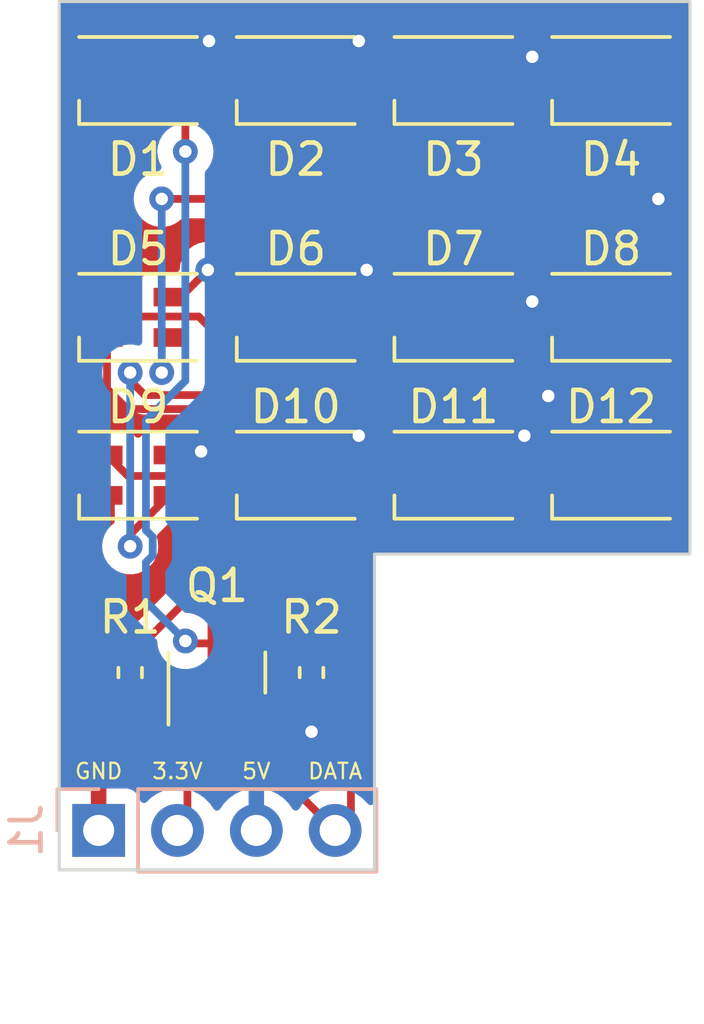
<source format=kicad_pcb>
(kicad_pcb (version 20221018) (generator pcbnew)
  (layers (0 "F.Cu" signal) (31 "B.Cu" signal) (34 "B.Paste" user) (35 "F.Paste" user) (36 "B.SilkS" user "B.Silkscreen") (37 "F.SilkS" user "F.Silkscreen") (38 "B.Mask" user) (39 "F.Mask" user) (44 "Edge.Cuts" user))
  (net 0 "")
  (net 1 "Net-(D1-DOUT)")
  (net 2 "Earth")
  (net 3 "Net-(D1-DIN)")
  (net 4 "+5V")
  (net 5 "Net-(D2-DOUT)")
  (net 6 "Net-(D3-DOUT)")
  (net 7 "Net-(D4-DOUT)")
  (net 8 "Net-(D5-DOUT)")
  (net 9 "Net-(D6-DOUT)")
  (net 10 "Net-(D7-DOUT)")
  (net 11 "Net-(D8-DOUT)")
  (net 12 "Net-(D10-DIN)")
  (net 13 "Net-(D10-DOUT)")
  (net 14 "Net-(D11-DOUT)")
  (net 16 "+3.3V")
  (net 17 "/DATA_IN")
  (footprint "LED_SMD:LED_SK6805_PLCC4_2.4x2.7mm_P1.3mm" (layer "F.Cu") (at 17.78 5.08)
    (fp_text reference "D12" (at 0 -2.2) (layer "F.SilkS"))
    (fp_text value "SK6805")
    (fp_line (start -1.9 -1.4) (end 1.9 -1.4) (stroke (width 0.12)) (layer "F.SilkS"))
    (fp_line (start -1.9 1.4) (end -1.9 0.65) (stroke (width 0.12)) (layer "F.SilkS"))
    (fp_line (start -1.9 1.4) (end 1.9 1.4) (stroke (width 0.12)) (layer "F.SilkS"))
    (pad "1" smd rect (at -1 -0.65) (size 1 0.6) (layers "F.Cu" "F.Paste" "F.Mask"))
    (pad "2" smd rect (at -1 0.65) (size 1 0.6) (layers "F.Cu" "F.Paste" "F.Mask") (net 2 "Earth"))
    (pad "3" smd rect (at 1 0.65) (size 1 0.6) (layers "F.Cu" "F.Paste" "F.Mask") (net 14 "Net-(D11-DOUT)"))
    (pad "4" smd rect (at 1 -0.65) (size 1 0.6) (layers "F.Cu" "F.Paste" "F.Mask") (net 4 "+5V"))
  )
  (footprint "LED_SMD:LED_SK6805_PLCC4_2.4x2.7mm_P1.3mm" (layer "F.Cu") (at 7.62 -7.62)
    (fp_text reference "D2" (at 0 2.54) (layer "F.SilkS"))
    (fp_text value "SK6805")
    (fp_line (start -1.9 -1.4) (end 1.9 -1.4) (stroke (width 0.12)) (layer "F.SilkS"))
    (fp_line (start -1.9 1.4) (end -1.9 0.65) (stroke (width 0.12)) (layer "F.SilkS"))
    (fp_line (start -1.9 1.4) (end 1.9 1.4) (stroke (width 0.12)) (layer "F.SilkS"))
    (pad "1" smd rect (at -1 -0.65) (size 1 0.6) (layers "F.Cu" "F.Paste" "F.Mask") (net 5 "Net-(D2-DOUT)"))
    (pad "2" smd rect (at -1 0.65) (size 1 0.6) (layers "F.Cu" "F.Paste" "F.Mask") (net 2 "Earth"))
    (pad "3" smd rect (at 1 0.65) (size 1 0.6) (layers "F.Cu" "F.Paste" "F.Mask") (net 1 "Net-(D1-DOUT)"))
    (pad "4" smd rect (at 1 -0.65) (size 1 0.6) (layers "F.Cu" "F.Paste" "F.Mask") (net 4 "+5V"))
  )
  (footprint "LED_SMD:LED_SK6805_PLCC4_2.4x2.7mm_P1.3mm" (layer "F.Cu") (at 12.7 5.08)
    (fp_text reference "D11" (at 0 -2.2) (layer "F.SilkS"))
    (fp_text value "SK6805")
    (fp_line (start -1.9 -1.4) (end 1.9 -1.4) (stroke (width 0.12)) (layer "F.SilkS"))
    (fp_line (start -1.9 1.4) (end -1.9 0.65) (stroke (width 0.12)) (layer "F.SilkS"))
    (fp_line (start -1.9 1.4) (end 1.9 1.4) (stroke (width 0.12)) (layer "F.SilkS"))
    (pad "1" smd rect (at -1 -0.65) (size 1 0.6) (layers "F.Cu" "F.Paste" "F.Mask") (net 14 "Net-(D11-DOUT)"))
    (pad "2" smd rect (at -1 0.65) (size 1 0.6) (layers "F.Cu" "F.Paste" "F.Mask") (net 2 "Earth"))
    (pad "3" smd rect (at 1 0.65) (size 1 0.6) (layers "F.Cu" "F.Paste" "F.Mask") (net 13 "Net-(D10-DOUT)"))
    (pad "4" smd rect (at 1 -0.65) (size 1 0.6) (layers "F.Cu" "F.Paste" "F.Mask") (net 4 "+5V"))
  )
  (footprint "Resistor_SMD:R_0402_1005Metric" (layer "F.Cu") (at 2.286 11.43 90)
    (fp_text reference "R1" (at 1.778 0 180) (layer "F.SilkS"))
    (fp_text value "10K")
    (fp_line (start -0.153641 -0.38) (end 0.153641 -0.38) (stroke (width 0.12)) (layer "F.SilkS"))
    (fp_line (start -0.153641 0.38) (end 0.153641 0.38) (stroke (width 0.12)) (layer "F.SilkS"))
    (pad "1" smd roundrect (at -0.51 0 90) (size 0.54 0.64) (layers "F.Cu" "F.Paste" "F.Mask") (net 16 "+3.3V"))
    (pad "2" smd roundrect (at 0.51 0 90) (size 0.54 0.64) (layers "F.Cu" "F.Paste" "F.Mask") (net 17 "/DATA_IN"))
  )
  (footprint "LED_SMD:LED_SK6805_PLCC4_2.4x2.7mm_P1.3mm" (layer "F.Cu") (at 17.78 -7.62)
    (fp_text reference "D4" (at 0 2.54) (layer "F.SilkS"))
    (fp_text value "SK6805")
    (fp_line (start -1.9 -1.4) (end 1.9 -1.4) (stroke (width 0.12)) (layer "F.SilkS"))
    (fp_line (start -1.9 1.4) (end -1.9 0.65) (stroke (width 0.12)) (layer "F.SilkS"))
    (fp_line (start -1.9 1.4) (end 1.9 1.4) (stroke (width 0.12)) (layer "F.SilkS"))
    (pad "1" smd rect (at -1 -0.65) (size 1 0.6) (layers "F.Cu" "F.Paste" "F.Mask") (net 7 "Net-(D4-DOUT)"))
    (pad "2" smd rect (at -1 0.65) (size 1 0.6) (layers "F.Cu" "F.Paste" "F.Mask") (net 2 "Earth"))
    (pad "3" smd rect (at 1 0.65) (size 1 0.6) (layers "F.Cu" "F.Paste" "F.Mask") (net 6 "Net-(D3-DOUT)"))
    (pad "4" smd rect (at 1 -0.65) (size 1 0.6) (layers "F.Cu" "F.Paste" "F.Mask") (net 4 "+5V"))
  )
  (footprint "LED_SMD:LED_SK6805_PLCC4_2.4x2.7mm_P1.3mm" (layer "F.Cu") (at 2.54 5.08)
    (fp_text reference "D9" (at 0 -2.2) (layer "F.SilkS"))
    (fp_text value "SK6805")
    (fp_line (start -1.9 -1.4) (end 1.9 -1.4) (stroke (width 0.12)) (layer "F.SilkS"))
    (fp_line (start -1.9 1.4) (end -1.9 0.65) (stroke (width 0.12)) (layer "F.SilkS"))
    (fp_line (start -1.9 1.4) (end 1.9 1.4) (stroke (width 0.12)) (layer "F.SilkS"))
    (pad "1" smd rect (at -1 -0.65) (size 1 0.6) (layers "F.Cu" "F.Paste" "F.Mask") (net 12 "Net-(D10-DIN)"))
    (pad "2" smd rect (at -1 0.65) (size 1 0.6) (layers "F.Cu" "F.Paste" "F.Mask") (net 2 "Earth"))
    (pad "3" smd rect (at 1 0.65) (size 1 0.6) (layers "F.Cu" "F.Paste" "F.Mask") (net 11 "Net-(D8-DOUT)"))
    (pad "4" smd rect (at 1 -0.65) (size 1 0.6) (layers "F.Cu" "F.Paste" "F.Mask") (net 4 "+5V"))
  )
  (footprint "LED_SMD:LED_SK6805_PLCC4_2.4x2.7mm_P1.3mm" (layer "F.Cu") (at 7.62 0)
    (fp_text reference "D6" (at 0 -2.2) (layer "F.SilkS"))
    (fp_text value "SK6805")
    (fp_line (start -1.9 -1.4) (end 1.9 -1.4) (stroke (width 0.12)) (layer "F.SilkS"))
    (fp_line (start -1.9 1.4) (end -1.9 0.65) (stroke (width 0.12)) (layer "F.SilkS"))
    (fp_line (start -1.9 1.4) (end 1.9 1.4) (stroke (width 0.12)) (layer "F.SilkS"))
    (pad "1" smd rect (at -1 -0.65) (size 1 0.6) (layers "F.Cu" "F.Paste" "F.Mask") (net 9 "Net-(D6-DOUT)"))
    (pad "2" smd rect (at -1 0.65) (size 1 0.6) (layers "F.Cu" "F.Paste" "F.Mask") (net 2 "Earth"))
    (pad "3" smd rect (at 1 0.65) (size 1 0.6) (layers "F.Cu" "F.Paste" "F.Mask") (net 8 "Net-(D5-DOUT)"))
    (pad "4" smd rect (at 1 -0.65) (size 1 0.6) (layers "F.Cu" "F.Paste" "F.Mask") (net 4 "+5V"))
  )
  (footprint "LED_SMD:LED_SK6805_PLCC4_2.4x2.7mm_P1.3mm" (layer "F.Cu") (at 17.78 0)
    (fp_text reference "D8" (at 0 -2.2) (layer "F.SilkS"))
    (fp_text value "SK6805")
    (fp_line (start -1.9 -1.4) (end 1.9 -1.4) (stroke (width 0.12)) (layer "F.SilkS"))
    (fp_line (start -1.9 1.4) (end -1.9 0.65) (stroke (width 0.12)) (layer "F.SilkS"))
    (fp_line (start -1.9 1.4) (end 1.9 1.4) (stroke (width 0.12)) (layer "F.SilkS"))
    (pad "1" smd rect (at -1 -0.65) (size 1 0.6) (layers "F.Cu" "F.Paste" "F.Mask") (net 11 "Net-(D8-DOUT)"))
    (pad "2" smd rect (at -1 0.65) (size 1 0.6) (layers "F.Cu" "F.Paste" "F.Mask") (net 2 "Earth"))
    (pad "3" smd rect (at 1 0.65) (size 1 0.6) (layers "F.Cu" "F.Paste" "F.Mask") (net 10 "Net-(D7-DOUT)"))
    (pad "4" smd rect (at 1 -0.65) (size 1 0.6) (layers "F.Cu" "F.Paste" "F.Mask") (net 4 "+5V"))
  )
  (footprint "LED_SMD:LED_SK6805_PLCC4_2.4x2.7mm_P1.3mm" (layer "F.Cu") (at 2.54 0)
    (fp_text reference "D5" (at 0 -2.2) (layer "F.SilkS"))
    (fp_text value "SK6805")
    (fp_line (start -1.9 -1.4) (end 1.9 -1.4) (stroke (width 0.12)) (layer "F.SilkS"))
    (fp_line (start -1.9 1.4) (end -1.9 0.65) (stroke (width 0.12)) (layer "F.SilkS"))
    (fp_line (start -1.9 1.4) (end 1.9 1.4) (stroke (width 0.12)) (layer "F.SilkS"))
    (pad "1" smd rect (at -1 -0.65) (size 1 0.6) (layers "F.Cu" "F.Paste" "F.Mask") (net 8 "Net-(D5-DOUT)"))
    (pad "2" smd rect (at -1 0.65) (size 1 0.6) (layers "F.Cu" "F.Paste" "F.Mask") (net 2 "Earth"))
    (pad "3" smd rect (at 1 0.65) (size 1 0.6) (layers "F.Cu" "F.Paste" "F.Mask") (net 7 "Net-(D4-DOUT)"))
    (pad "4" smd rect (at 1 -0.65) (size 1 0.6) (layers "F.Cu" "F.Paste" "F.Mask") (net 4 "+5V"))
  )
  (footprint "LED_SMD:LED_SK6805_PLCC4_2.4x2.7mm_P1.3mm" (layer "F.Cu") (at 7.62 5.08)
    (fp_text reference "D10" (at 0 -2.2) (layer "F.SilkS"))
    (fp_text value "SK6805")
    (fp_line (start -1.9 -1.4) (end 1.9 -1.4) (stroke (width 0.12)) (layer "F.SilkS"))
    (fp_line (start -1.9 1.4) (end -1.9 0.65) (stroke (width 0.12)) (layer "F.SilkS"))
    (fp_line (start -1.9 1.4) (end 1.9 1.4) (stroke (width 0.12)) (layer "F.SilkS"))
    (pad "1" smd rect (at -1 -0.65) (size 1 0.6) (layers "F.Cu" "F.Paste" "F.Mask") (net 13 "Net-(D10-DOUT)"))
    (pad "2" smd rect (at -1 0.65) (size 1 0.6) (layers "F.Cu" "F.Paste" "F.Mask") (net 2 "Earth"))
    (pad "3" smd rect (at 1 0.65) (size 1 0.6) (layers "F.Cu" "F.Paste" "F.Mask") (net 12 "Net-(D10-DIN)"))
    (pad "4" smd rect (at 1 -0.65) (size 1 0.6) (layers "F.Cu" "F.Paste" "F.Mask") (net 4 "+5V"))
  )
  (footprint "LED_SMD:LED_SK6805_PLCC4_2.4x2.7mm_P1.3mm" (layer "F.Cu") (at 12.7 -7.62)
    (fp_text reference "D3" (at 0 2.54) (layer "F.SilkS"))
    (fp_text value "SK6805")
    (fp_line (start -1.9 -1.4) (end 1.9 -1.4) (stroke (width 0.12)) (layer "F.SilkS"))
    (fp_line (start -1.9 1.4) (end -1.9 0.65) (stroke (width 0.12)) (layer "F.SilkS"))
    (fp_line (start -1.9 1.4) (end 1.9 1.4) (stroke (width 0.12)) (layer "F.SilkS"))
    (pad "1" smd rect (at -1 -0.65) (size 1 0.6) (layers "F.Cu" "F.Paste" "F.Mask") (net 6 "Net-(D3-DOUT)"))
    (pad "2" smd rect (at -1 0.65) (size 1 0.6) (layers "F.Cu" "F.Paste" "F.Mask") (net 2 "Earth"))
    (pad "3" smd rect (at 1 0.65) (size 1 0.6) (layers "F.Cu" "F.Paste" "F.Mask") (net 5 "Net-(D2-DOUT)"))
    (pad "4" smd rect (at 1 -0.65) (size 1 0.6) (layers "F.Cu" "F.Paste" "F.Mask") (net 4 "+5V"))
  )
  (footprint "Package_TO_SOT_SMD:SOT-23" (layer "F.Cu") (at 5.08 11.43 90)
    (fp_text reference "Q1" (at 2.794 0 180) (layer "F.SilkS"))
    (fp_text value "BSS138")
    (fp_line (start 0 -1.56) (end -1.675 -1.56) (stroke (width 0.12)) (layer "F.SilkS"))
    (fp_line (start 0 -1.56) (end 0.65 -1.56) (stroke (width 0.12)) (layer "F.SilkS"))
    (fp_line (start 0 1.56) (end -0.65 1.56) (stroke (width 0.12)) (layer "F.SilkS"))
    (fp_line (start 0 1.56) (end 0.65 1.56) (stroke (width 0.12)) (layer "F.SilkS"))
    (pad "1" smd roundrect (at -0.9375 -0.95 90) (size 1.475 0.6) (layers "F.Cu" "F.Paste" "F.Mask") (net 16 "+3.3V"))
    (pad "2" smd roundrect (at -0.9375 0.95 90) (size 1.475 0.6) (layers "F.Cu" "F.Paste" "F.Mask") (net 17 "/DATA_IN"))
    (pad "3" smd roundrect (at 0.9375 0 90) (size 1.475 0.6) (layers "F.Cu" "F.Paste" "F.Mask") (net 3 "Net-(D1-DIN)"))
  )
  (footprint "Resistor_SMD:R_0402_1005Metric" (layer "F.Cu") (at 8.128 11.43 90)
    (fp_text reference "R2" (at 1.778 0 180) (layer "F.SilkS"))
    (fp_text value "10K")
    (fp_line (start -0.153641 -0.38) (end 0.153641 -0.38) (stroke (width 0.12)) (layer "F.SilkS"))
    (fp_line (start -0.153641 0.38) (end 0.153641 0.38) (stroke (width 0.12)) (layer "F.SilkS"))
    (pad "1" smd roundrect (at -0.51 0 90) (size 0.54 0.64) (layers "F.Cu" "F.Paste" "F.Mask") (net 4 "+5V"))
    (pad "2" smd roundrect (at 0.51 0 90) (size 0.54 0.64) (layers "F.Cu" "F.Paste" "F.Mask") (net 3 "Net-(D1-DIN)"))
  )
  (footprint "LED_SMD:LED_SK6805_PLCC4_2.4x2.7mm_P1.3mm" (layer "F.Cu") (at 12.7 0)
    (fp_text reference "D7" (at 0 -2.2) (layer "F.SilkS"))
    (fp_text value "SK6805")
    (fp_line (start -1.9 -1.4) (end 1.9 -1.4) (stroke (width 0.12)) (layer "F.SilkS"))
    (fp_line (start -1.9 1.4) (end -1.9 0.65) (stroke (width 0.12)) (layer "F.SilkS"))
    (fp_line (start -1.9 1.4) (end 1.9 1.4) (stroke (width 0.12)) (layer "F.SilkS"))
    (pad "1" smd rect (at -1 -0.65) (size 1 0.6) (layers "F.Cu" "F.Paste" "F.Mask") (net 10 "Net-(D7-DOUT)"))
    (pad "2" smd rect (at -1 0.65) (size 1 0.6) (layers "F.Cu" "F.Paste" "F.Mask") (net 2 "Earth"))
    (pad "3" smd rect (at 1 0.65) (size 1 0.6) (layers "F.Cu" "F.Paste" "F.Mask") (net 9 "Net-(D6-DOUT)"))
    (pad "4" smd rect (at 1 -0.65) (size 1 0.6) (layers "F.Cu" "F.Paste" "F.Mask") (net 4 "+5V"))
  )
  (footprint "LED_SMD:LED_SK6805_PLCC4_2.4x2.7mm_P1.3mm" (layer "F.Cu") (at 2.54 -7.62)
    (fp_text reference "D1" (at 0 2.54) (layer "F.SilkS"))
    (fp_text value "SK6805")
    (fp_line (start -1.9 -1.4) (end 1.9 -1.4) (stroke (width 0.12)) (layer "F.SilkS"))
    (fp_line (start -1.9 1.4) (end -1.9 0.65) (stroke (width 0.12)) (layer "F.SilkS"))
    (fp_line (start -1.9 1.4) (end 1.9 1.4) (stroke (width 0.12)) (layer "F.SilkS"))
    (pad "1" smd rect (at -1 -0.65) (size 1 0.6) (layers "F.Cu" "F.Paste" "F.Mask") (net 1 "Net-(D1-DOUT)"))
    (pad "2" smd rect (at -1 0.65) (size 1 0.6) (layers "F.Cu" "F.Paste" "F.Mask") (net 2 "Earth"))
    (pad "3" smd rect (at 1 0.65) (size 1 0.6) (layers "F.Cu" "F.Paste" "F.Mask") (net 3 "Net-(D1-DIN)"))
    (pad "4" smd rect (at 1 -0.65) (size 1 0.6) (layers "F.Cu" "F.Paste" "F.Mask") (net 4 "+5V"))
  )
  (footprint "Connector_PinHeader_2.54mm:PinHeader_1x04_P2.54mm_Vertical" (layer "B.Cu") (at 1.27 16.51 -90)
    (fp_text reference "J1" (at 0 2.33 90) (layer "B.SilkS") (effects (justify mirror)))
    (fp_text value "Conn_01x04_Pin")
    (fp_line (start -1.33 -8.95) (end 1.33 -8.95) (stroke (width 0.12)) (layer "B.SilkS"))
    (fp_line (start -1.33 -1.27) (end -1.33 -8.95) (stroke (width 0.12)) (layer "B.SilkS"))
    (fp_line (start -1.33 -1.27) (end 1.33 -1.27) (stroke (width 0.12)) (layer "B.SilkS"))
    (fp_line (start -1.33 0) (end -1.33 1.33) (stroke (width 0.12)) (layer "B.SilkS"))
    (fp_line (start -1.33 1.33) (end 0 1.33) (stroke (width 0.12)) (layer "B.SilkS"))
    (fp_line (start 1.33 -1.27) (end 1.33 -8.95) (stroke (width 0.12)) (layer "B.SilkS"))
    (pad "1" thru_hole rect (at 0 0 270) (size 1.7 1.7) (drill 1) (layers "*.Cu" "*.Mask") (net 2 "Earth"))
    (pad "2" thru_hole oval (at 0 -2.54 270) (size 1.7 1.7) (drill 1) (layers "*.Cu" "*.Mask") (net 16 "+3.3V"))
    (pad "3" thru_hole oval (at 0 -5.08 270) (size 1.7 1.7) (drill 1) (layers "*.Cu" "*.Mask") (net 4 "+5V"))
    (pad "4" thru_hole oval (at 0 -7.62 270) (size 1.7 1.7) (drill 1) (layers "*.Cu" "*.Mask") (net 17 "/DATA_IN"))
  )
  (gr_poly (pts (xy 0 17.78) (xy 0 -10.16) (xy 20.32 -10.16) (xy 20.32 7.62) (xy 10.16 7.62) (xy 10.16 17.78)) (stroke (width 0.1)) (fill none) (layer "Edge.Cuts"))
  (gr_text "3.3V" (at 3.81 14.605) (layer "F.SilkS") (effects (font (size 0.5 0.5) (thickness 0.075))))
  (gr_text "5V" (at 6.35 14.605) (layer "F.SilkS") (effects (font (size 0.5 0.5) (thickness 0.075))))
  (gr_text "DATA" (at 8.89 14.605) (layer "F.SilkS") (effects (font (size 0.5 0.5) (thickness 0.075))))
  (gr_text "GND" (at 1.27 14.605) (layer "F.SilkS") (effects (font (size 0.5 0.5) (thickness 0.075))))
  (segment (start 5.795 -6.345) (end 7.995 -6.345) (width 0.25) (layer "F.Cu") (net 1))
  (segment (start 4.495 -7.645) (end 5.795 -6.345) (width 0.25) (layer "F.Cu") (net 1))
  (segment (start 2.165 -7.645) (end 4.495 -7.645) (width 0.25) (layer "F.Cu") (net 1))
  (segment (start 1.54 -8.27) (end 2.165 -7.645) (width 0.25) (layer "F.Cu") (net 1))
  (segment (start 7.995 -6.345) (end 8.62 -6.97) (width 0.25) (layer "F.Cu") (net 1))
  (segment (start 15.711 4.661) (end 15.711 3.509695) (width 0.25) (layer "F.Cu") (net 2))
  (segment (start 10.631 -0.419) (end 10.631 -1.824305) (width 0.25) (layer "F.Cu") (net 2))
  (segment (start 16.78 5.73) (end 15.711 4.661) (width 0.25) (layer "F.Cu") (net 2))
  (segment (start 6.769 -2.249) (end 5.753198 -1.233198) (width 0.25) (layer "F.Cu") (net 2))
  (segment (start 9.906 2.953) (end 4.477 2.953) (width 0.25) (layer "F.Cu") (net 2))
  (segment (start 15.711 3.509695) (end 15.154305 2.953) (width 0.25) (layer "F.Cu") (net 2))
  (segment (start 15.154305 2.953) (end 9.906 2.953) (width 0.25) (layer "F.Cu") (net 2))
  (segment (start 1.54 2.302) (end 1.54 0.65) (width 0.25) (layer "F.Cu") (net 2))
  (segment (start 6.62 5.73) (end 5.795 4.905) (width 0.25) (layer "F.Cu") (net 2))
  (segment (start 5.795 -8.946305) (end 5.126305 -9.615) (width 0.25) (layer "F.Cu") (net 2))
  (segment (start 10.377 -8.293) (end 10.377 -9.435) (width 0.25) (layer "F.Cu") (net 2))
  (segment (start 10.377 3.424) (end 9.906 2.953) (width 0.25) (layer "F.Cu") (net 2))
  (segment (start 1.435 -9.615) (end 0.715 -8.895) (width 0.25) (layer "F.Cu") (net 2))
  (segment (start 11.7 -6.97) (end 10.377 -8.293) (width 0.25) (layer "F.Cu") (net 2))
  (segment (start 5.126305 -9.615) (end 1.435 -9.615) (width 0.25) (layer "F.Cu") (net 2))
  (segment (start 4.477 2.953) (end 2.191 2.953) (width 0.25) (layer "F.Cu") (net 2))
  (segment (start 10.631 -1.824305) (end 10.206305 -2.249) (width 0.25) (layer "F.Cu") (net 2))
  (segment (start 10.377 4.407) (end 10.377 3.424) (width 0.25) (layer "F.Cu") (net 2))
  (segment (start 10.377 -9.435) (end 10.197 -9.615) (width 0.25) (layer "F.Cu") (net 2))
  (segment (start 6.62 -6.97) (end 5.795 -7.795) (width 0.25) (layer "F.Cu") (net 2))
  (segment (start 2.191 2.953) (end 1.54 2.302) (width 0.25) (layer "F.Cu") (net 2))
  (segment (start 5.753198 -1.233198) (end 5.753198 -0.216802) (width 0.25) (layer "F.Cu") (net 2))
  (segment (start 5.753198 -0.216802) (end 6.62 0.65) (width 0.25) (layer "F.Cu") (net 2))
  (segment (start 11.7 5.73) (end 10.377 4.407) (width 0.25) (layer "F.Cu") (net 2))
  (segment (start 0.715 -7.795) (end 1.54 -6.97) (width 0.25) (layer "F.Cu") (net 2))
  (segment (start 10.197 -9.615) (end 5.126305 -9.615) (width 0.25) (layer "F.Cu") (net 2))
  (segment (start 5.795 -7.795) (end 5.795 -8.946305) (width 0.25) (layer "F.Cu") (net 2))
  (segment (start 5.795 4.905) (end 5.795 4.271) (width 0.25) (layer "F.Cu") (net 2))
  (segment (start 0.715 -8.895) (end 0.715 -7.795) (width 0.25) (layer "F.Cu") (net 2))
  (segment (start 5.795 4.271) (end 4.477 2.953) (width 0.25) (layer "F.Cu") (net 2))
  (segment (start 11.7 0.65) (end 10.631 -0.419) (width 0.25) (layer "F.Cu") (net 2))
  (segment (start 10.206305 -2.249) (end 6.769 -2.249) (width 0.25) (layer "F.Cu") (net 2))
  (segment (start 8.128 10.92) (end 5.5075 10.92) (width 0.25) (layer "F.Cu") (net 3))
  (segment (start 4.1425 10.4925) (end 4.064 10.414) (width 0.25) (layer "F.Cu") (net 3))
  (segment (start 5.08 10.4925) (end 4.1425 10.4925) (width 0.25) (layer "F.Cu") (net 3))
  (segment (start 5.5075 10.92) (end 5.08 10.4925) (width 0.25) (layer "F.Cu") (net 3))
  (segment (start 4.064 -5.334) (end 4.064 -6.446) (width 0.25) (layer "F.Cu") (net 3))
  (segment (start 4.064 -6.446) (end 3.54 -6.97) (width 0.25) (layer "F.Cu") (net 3))
  (via (at 4.064 -5.334) (size 0.8) (drill 0.4) (layers "F.Cu" "B.Cu") (net 3))
  (via (at 4.064 10.414) (size 0.8) (drill 0.4) (layers "F.Cu" "B.Cu") (net 3))
  (segment (start 4.064 2.041305) (end 4.064 -5.334) (width 0.25) (layer "B.Cu") (net 3))
  (segment (start 2.794 6.848695) (end 2.794 3.311305) (width 0.25) (layer "B.Cu") (net 3))
  (segment (start 2.794 7.883305) (end 3.011 7.666305) (width 0.25) (layer "B.Cu") (net 3))
  (segment (start 4.064 10.414) (end 2.794 9.144) (width 0.25) (layer "B.Cu") (net 3))
  (segment (start 3.011 7.666305) (end 3.011 7.065695) (width 0.25) (layer "B.Cu") (net 3))
  (segment (start 2.794 3.311305) (end 4.064 2.041305) (width 0.25) (layer "B.Cu") (net 3))
  (segment (start 2.794 9.144) (end 2.794 7.883305) (width 0.25) (layer "B.Cu") (net 3))
  (segment (start 3.011 7.065695) (end 2.794 6.848695) (width 0.25) (layer "B.Cu") (net 3))
  (segment (start 19.605 -4.111) (end 19.304 -3.81) (width 0.25) (layer "F.Cu") (net 4))
  (segment (start 4.826 -8.89) (end 4.206 -8.27) (width 0.25) (layer "F.Cu") (net 4))
  (segment (start 14.366 4.43) (end 13.7 4.43) (width 0.25) (layer "F.Cu") (net 4))
  (segment (start 18.78 -0.65) (end 18.78 -3.286) (width 0.25) (layer "F.Cu") (net 4))
  (segment (start 15.128 -8.27) (end 15.24 -8.382) (width 0.25) (layer "F.Cu") (net 4))
  (segment (start 9.652 -8.89) (end 9.032 -8.27) (width 0.25) (layer "F.Cu") (net 4))
  (segment (start 3.652 4.318) (end 3.54 4.43) (width 0.25) (layer "F.Cu") (net 4))
  (segment (start 9.652 3.81) (end 9.032 4.43) (width 0.25) (layer "F.Cu") (net 4))
  (segment (start 9.032 -0.65) (end 8.62 -0.65) (width 0.25) (layer "F.Cu") (net 4))
  (segment (start 9.906 -1.524) (end 9.032 -0.65) (width 0.25) (layer "F.Cu") (net 4))
  (segment (start 18.78 -8.27) (end 19.605 -7.445) (width 0.25) (layer "F.Cu") (net 4))
  (segment (start 13.7 -8.27) (end 15.128 -8.27) (width 0.25) (layer "F.Cu") (net 4))
  (segment (start 4.206 -8.27) (end 3.54 -8.27) (width 0.25) (layer "F.Cu") (net 4))
  (segment (start 14.986 3.81) (end 14.366 4.43) (width 0.25) (layer "F.Cu") (net 4))
  (segment (start 19.605 -7.445) (end 19.605 -4.111) (width 0.25) (layer "F.Cu") (net 4))
  (segment (start 16.881209 2.531209) (end 18.78 4.43) (width 0.25) (layer "F.Cu") (net 4))
  (segment (start 18.78 -3.286) (end 19.304 -3.81) (width 0.25) (layer "F.Cu") (net 4))
  (segment (start 9.032 4.43) (end 8.62 4.43) (width 0.25) (layer "F.Cu") (net 4))
  (segment (start 15.757112 2.531209) (end 16.881209 2.531209) (width 0.25) (layer "F.Cu") (net 4))
  (segment (start 15.098 -0.65) (end 15.24 -0.508) (width 0.25) (layer "F.Cu") (net 4))
  (segment (start 4.572 4.318) (end 3.652 4.318) (width 0.25) (layer "F.Cu") (net 4))
  (segment (start 4.7885 -1.524) (end 3.9145 -0.65) (width 0.25) (layer "F.Cu") (net 4))
  (segment (start 13.7 -0.65) (end 15.098 -0.65) (width 0.25) (layer "F.Cu") (net 4))
  (segment (start 8.128 13.335) (end 8.128 11.94) (width 0.25) (layer "F.Cu") (net 4))
  (segment (start 3.9145 -0.65) (end 3.54 -0.65) (width 0.25) (layer "F.Cu") (net 4))
  (segment (start 9.032 -8.27) (end 8.62 -8.27) (width 0.25) (layer "F.Cu") (net 4))
  (via (at 9.652 3.81) (size 0.8) (drill 0.4) (layers "F.Cu" "B.Cu") (net 4))
  (via (at 9.906 -1.524) (size 0.8) (drill 0.4) (layers "F.Cu" "B.Cu") (net 4))
  (via (at 15.24 -0.508) (size 0.8) (drill 0.4) (layers "F.Cu" "B.Cu") (net 4))
  (via (at 14.986 3.81) (size 0.8) (drill 0.4) (layers "F.Cu" "B.Cu") (net 4))
  (via (at 15.24 -8.382) (size 0.8) (drill 0.4) (layers "F.Cu" "B.Cu") (net 4))
  (via (at 4.7885 -1.524) (size 0.8) (drill 0.4) (layers "F.Cu" "B.Cu") (net 4))
  (via (at 8.128 13.335) (size 0.8) (drill 0.4) (layers "F.Cu" "B.Cu") (net 4))
  (via (at 4.826 -8.89) (size 0.8) (drill 0.4) (layers "F.Cu" "B.Cu") (net 4))
  (via (at 15.757112 2.531209) (size 0.8) (drill 0.4) (layers "F.Cu" "B.Cu") (net 4))
  (via (at 19.304 -3.81) (size 0.8) (drill 0.4) (layers "F.Cu" "B.Cu") (net 4))
  (via (at 4.572 4.318) (size 0.8) (drill 0.4) (layers "F.Cu" "B.Cu") (net 4))
  (via (at 9.652 -8.89) (size 0.8) (drill 0.4) (layers "F.Cu" "B.Cu") (net 4))
  (segment (start 6.62 -8.27) (end 7.245 -7.645) (width 0.25) (layer "F.Cu") (net 5))
  (segment (start 7.245 -7.645) (end 9.575 -7.645) (width 0.25) (layer "F.Cu") (net 5))
  (segment (start 10.875 -6.345) (end 13.075 -6.345) (width 0.25) (layer "F.Cu") (net 5))
  (segment (start 13.075 -6.345) (end 13.7 -6.97) (width 0.25) (layer "F.Cu") (net 5))
  (segment (start 9.575 -7.645) (end 10.875 -6.345) (width 0.25) (layer "F.Cu") (net 5))
  (segment (start 17.955 -8.545) (end 17.955 -7.795) (width 0.25) (layer "F.Cu") (net 6))
  (segment (start 17.955 -7.795) (end 18.78 -6.97) (width 0.25) (layer "F.Cu") (net 6))
  (segment (start 12.537 -9.107) (end 17.393 -9.107) (width 0.25) (layer "F.Cu") (net 6))
  (segment (start 17.393 -9.107) (end 17.955 -8.545) (width 0.25) (layer "F.Cu") (net 6))
  (segment (start 11.7 -8.27) (end 12.537 -9.107) (width 0.25) (layer "F.Cu") (net 6))
  (segment (start 3.302 0.888) (end 3.54 0.65) (width 0.25) (layer "F.Cu") (net 7))
  (segment (start 3.302 1.778) (end 3.302 0.888) (width 0.25) (layer "F.Cu") (net 7))
  (segment (start 3.302 -3.81) (end 12.32 -3.81) (width 0.25) (layer "F.Cu") (net 7))
  (segment (start 12.32 -3.81) (end 16.78 -8.27) (width 0.25) (layer "F.Cu") (net 7))
  (via (at 3.302 1.778) (size 0.8) (drill 0.4) (layers "F.Cu" "B.Cu") (net 7))
  (via (at 3.302 -3.81) (size 0.8) (drill 0.4) (layers "F.Cu" "B.Cu") (net 7))
  (segment (start 3.302 -3.81) (end 3.302 1.778) (width 0.25) (layer "B.Cu") (net 7))
  (segment (start 2.165 -0.025) (end 4.495 -0.025) (width 0.25) (layer "F.Cu") (net 8))
  (segment (start 1.54 -0.65) (end 2.165 -0.025) (width 0.25) (layer "F.Cu") (net 8))
  (segment (start 7.995 1.275) (end 8.62 0.65) (width 0.25) (layer "F.Cu") (net 8))
  (segment (start 4.495 -0.025) (end 5.795 1.275) (width 0.25) (layer "F.Cu") (net 8))
  (segment (start 5.795 1.275) (end 7.995 1.275) (width 0.25) (layer "F.Cu") (net 8))
  (segment (start 7.495 0.025) (end 9.423 0.025) (width 0.25) (layer "F.Cu") (net 9))
  (segment (start 10.673 1.275) (end 13.075 1.275) (width 0.25) (layer "F.Cu") (net 9))
  (segment (start 13.075 1.275) (end 13.7 0.65) (width 0.25) (layer "F.Cu") (net 9))
  (segment (start 6.82 -0.65) (end 7.495 0.025) (width 0.25) (layer "F.Cu") (net 9))
  (segment (start 6.62 -0.65) (end 6.82 -0.65) (width 0.25) (layer "F.Cu") (net 9))
  (segment (start 9.423 0.025) (end 10.673 1.275) (width 0.25) (layer "F.Cu") (net 9))
  (segment (start 17.955 -0.762) (end 17.955 -0.175) (width 0.25) (layer "F.Cu") (net 10))
  (segment (start 12.325 -1.275) (end 17.442 -1.275) (width 0.25) (layer "F.Cu") (net 10))
  (segment (start 11.7 -0.65) (end 12.325 -1.275) (width 0.25) (layer "F.Cu") (net 10))
  (segment (start 17.955 -0.175) (end 18.78 0.65) (width 0.25) (layer "F.Cu") (net 10))
  (segment (start 17.442 -1.275) (end 17.955 -0.762) (width 0.25) (layer "F.Cu") (net 10))
  (segment (start 13.627 2.503) (end 2.757 2.503) (width 0.25) (layer "F.Cu") (net 11))
  (segment (start 2.757 2.503) (end 2.286 2.032) (width 0.25) (layer "F.Cu") (net 11))
  (segment (start 2.286 2.032) (end 2.286 1.778) (width 0.25) (layer "F.Cu") (net 11))
  (segment (start 2.286 7.366) (end 2.286 6.984) (width 0.25) (layer "F.Cu") (net 11))
  (segment (start 16.78 -0.65) (end 13.627 2.503) (width 0.25) (layer "F.Cu") (net 11))
  (segment (start 2.286 6.984) (end 3.54 5.73) (width 0.25) (layer "F.Cu") (net 11))
  (via (at 2.286 1.778) (size 0.8) (drill 0.4) (layers "F.Cu" "B.Cu") (net 11))
  (via (at 2.286 7.366) (size 0.8) (drill 0.4) (layers "F.Cu" "B.Cu") (net 11))
  (segment (start 2.286 1.778) (end 2.286 7.366) (width 0.25) (layer "B.Cu") (net 11))
  (segment (start 1.54 4.43) (end 2.215 5.105) (width 0.25) (layer "F.Cu") (net 12))
  (segment (start 7.995 6.355) (end 8.62 5.73) (width 0.25) (layer "F.Cu") (net 12))
  (segment (start 5.593 6.355) (end 7.995 6.355) (width 0.25) (layer "F.Cu") (net 12))
  (segment (start 4.343 5.105) (end 5.593 6.355) (width 0.25) (layer "F.Cu") (net 12))
  (segment (start 2.215 5.105) (end 4.343 5.105) (width 0.25) (layer "F.Cu") (net 12))
  (segment (start 13.075 6.355) (end 13.7 5.73) (width 0.25) (layer "F.Cu") (net 13))
  (segment (start 7.295 5.105) (end 9.625 5.105) (width 0.25) (layer "F.Cu") (net 13))
  (segment (start 9.625 5.105) (end 10.875 6.355) (width 0.25) (layer "F.Cu") (net 13))
  (segment (start 10.875 6.355) (end 13.075 6.355) (width 0.25) (layer "F.Cu") (net 13))
  (segment (start 6.62 4.43) (end 7.295 5.105) (width 0.25) (layer "F.Cu") (net 13))
  (segment (start 15.955 6.355) (end 18.155 6.355) (width 0.25) (layer "F.Cu") (net 14))
  (segment (start 12.325 5.055) (end 14.655 5.055) (width 0.25) (layer "F.Cu") (net 14))
  (segment (start 11.7 4.43) (end 12.325 5.055) (width 0.25) (layer "F.Cu") (net 14))
  (segment (start 14.655 5.055) (end 15.955 6.355) (width 0.25) (layer "F.Cu") (net 14))
  (segment (start 18.155 6.355) (end 18.78 5.73) (width 0.25) (layer "F.Cu") (net 14))
  (segment (start 3.7025 11.94) (end 4.13 12.3675) (width 0.25) (layer "F.Cu") (net 16))
  (segment (start 4.13 16.19) (end 3.81 16.51) (width 0.25) (layer "F.Cu") (net 16))
  (segment (start 2.286 11.94) (end 3.7025 11.94) (width 0.25) (layer "F.Cu") (net 16))
  (segment (start 4.13 12.3675) (end 4.13 16.19) (width 0.25) (layer "F.Cu") (net 16))
  (segment (start 6.03 13.65) (end 8.89 16.51) (width 0.25) (layer "F.Cu") (net 17))
  (segment (start 9.398 16.002) (end 8.89 16.51) (width 0.25) (layer "F.Cu") (net 17))
  (segment (start 4.316 8.89) (end 7.62 8.89) (width 0.25) (layer "F.Cu") (net 17))
  (segment (start 6.03 12.3675) (end 6.03 13.65) (width 0.25) (layer "F.Cu") (net 17))
  (segment (start 7.62 8.89) (end 9.398 10.668) (width 0.25) (layer "F.Cu") (net 17))
  (segment (start 9.398 10.668) (end 9.398 16.002) (width 0.25) (layer "F.Cu") (net 17))
  (segment (start 2.286 10.92) (end 4.316 8.89) (width 0.25) (layer "F.Cu") (net 17))
  (zone (net 2) (net_name "Earth") (layer "F.Cu") (connect_pads (clearance 0.5)) (min_thickness 0.25) (fill yes (thermal_gap 0.5) (thermal_bridge_width 0.5))
    (polygon (pts (xy 0 17.78) (xy 0 -10.16) (xy 20.32 -10.16) (xy 20.32 7.62) (xy 10.16 7.62) (xy 10.16 17.78)))
  )
  (zone (net 4) (net_name "+5V") (layer "B.Cu") (priority 1) (connect_pads (clearance 0.5)) (min_thickness 0.25) (fill yes (thermal_gap 0.5) (thermal_bridge_width 0.5))
    (polygon (pts (xy 0 17.78) (xy 0 -10.16) (xy 20.32 -10.16) (xy 20.32 7.62) (xy 10.16 7.62) (xy 10.16 17.78)))
  )
)
</source>
